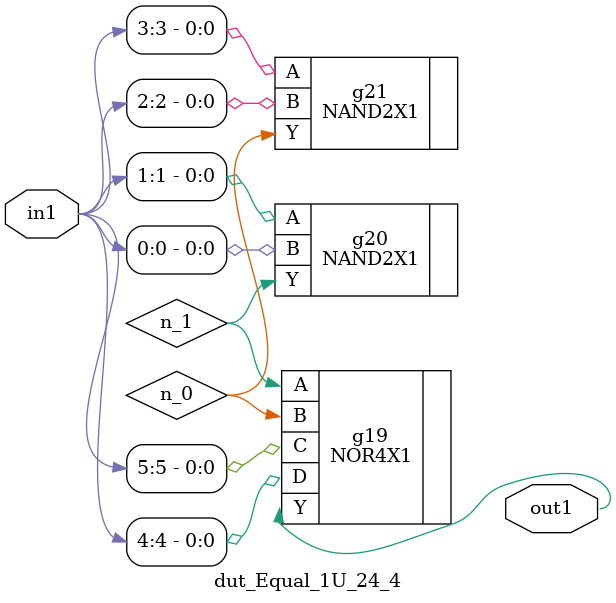
<source format=v>
`timescale 1ps / 1ps


module dut_Equal_1U_24_4(in1, out1);
  input [5:0] in1;
  output out1;
  wire [5:0] in1;
  wire out1;
  wire n_0, n_1;
  NOR4X1 g19(.A (n_1), .B (n_0), .C (in1[5]), .D (in1[4]), .Y (out1));
  NAND2X1 g20(.A (in1[1]), .B (in1[0]), .Y (n_1));
  NAND2X1 g21(.A (in1[3]), .B (in1[2]), .Y (n_0));
endmodule



</source>
